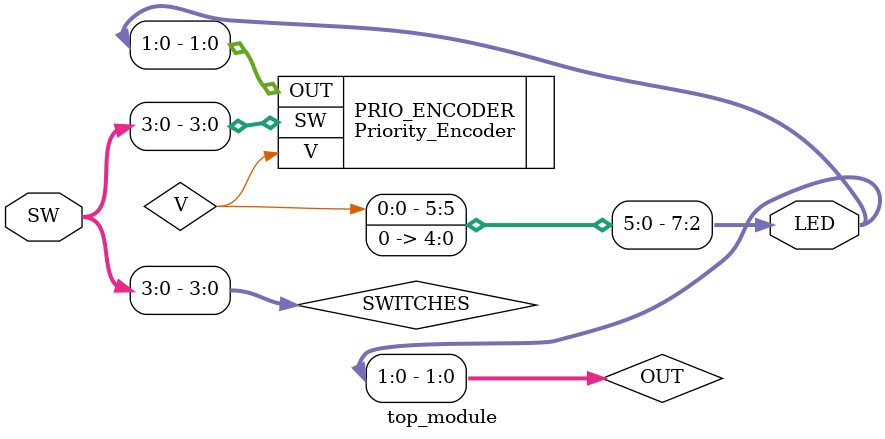
<source format=v>
`timescale 1ns / 1ps
`timescale 1ns / 1ps


module top_module(
input [7:0] SW,
output [7:0] LED
);
wire [3:0] SWITCHES ;
assign LED[6:2]=0;
wire V;
wire [1:0] OUT;
assign V = LED[7];
assign SWITCHES = SW[3:0];
assign OUT = LED[1:0];
Priority_Encoder PRIO_ENCODER (.SW(SWITCHES),.V(V), .OUT(LED[1:0]));
endmodule

</source>
